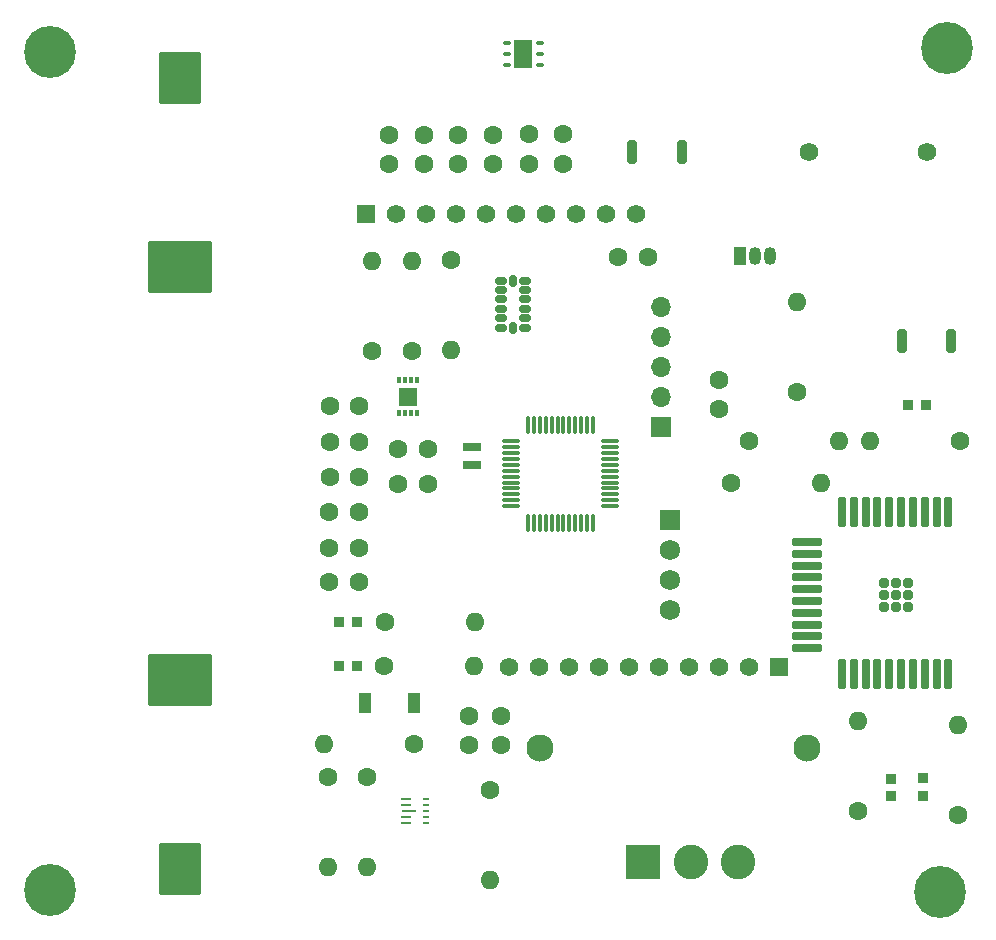
<source format=gts>
G04 #@! TF.GenerationSoftware,KiCad,Pcbnew,8.0.8*
G04 #@! TF.CreationDate,2025-04-14T10:59:08+01:00*
G04 #@! TF.ProjectId,Bat-mon_v1,4261742d-6d6f-46e5-9f76-312e6b696361,rev?*
G04 #@! TF.SameCoordinates,Original*
G04 #@! TF.FileFunction,Soldermask,Top*
G04 #@! TF.FilePolarity,Negative*
%FSLAX46Y46*%
G04 Gerber Fmt 4.6, Leading zero omitted, Abs format (unit mm)*
G04 Created by KiCad (PCBNEW 8.0.8) date 2025-04-14 10:59:08*
%MOMM*%
%LPD*%
G01*
G04 APERTURE LIST*
G04 Aperture macros list*
%AMRoundRect*
0 Rectangle with rounded corners*
0 $1 Rounding radius*
0 $2 $3 $4 $5 $6 $7 $8 $9 X,Y pos of 4 corners*
0 Add a 4 corners polygon primitive as box body*
4,1,4,$2,$3,$4,$5,$6,$7,$8,$9,$2,$3,0*
0 Add four circle primitives for the rounded corners*
1,1,$1+$1,$2,$3*
1,1,$1+$1,$4,$5*
1,1,$1+$1,$6,$7*
1,1,$1+$1,$8,$9*
0 Add four rect primitives between the rounded corners*
20,1,$1+$1,$2,$3,$4,$5,0*
20,1,$1+$1,$4,$5,$6,$7,0*
20,1,$1+$1,$6,$7,$8,$9,0*
20,1,$1+$1,$8,$9,$2,$3,0*%
G04 Aperture macros list end*
%ADD10RoundRect,0.200000X-0.200000X-0.200000X0.200000X-0.200000X0.200000X0.200000X-0.200000X0.200000X0*%
%ADD11RoundRect,0.175000X-0.175000X1.125000X-0.175000X-1.125000X0.175000X-1.125000X0.175000X1.125000X0*%
%ADD12RoundRect,0.175000X-1.125000X-0.175000X1.125000X-0.175000X1.125000X0.175000X-1.125000X0.175000X0*%
%ADD13C,0.700000*%
%ADD14C,4.400000*%
%ADD15C,1.600000*%
%ADD16O,1.600000X1.600000*%
%ADD17R,0.950000X0.950000*%
%ADD18RoundRect,0.075000X-0.662500X-0.075000X0.662500X-0.075000X0.662500X0.075000X-0.662500X0.075000X0*%
%ADD19RoundRect,0.075000X-0.075000X-0.662500X0.075000X-0.662500X0.075000X0.662500X-0.075000X0.662500X0*%
%ADD20R,1.050000X1.500000*%
%ADD21O,1.050000X1.500000*%
%ADD22RoundRect,0.100000X-0.200000X-0.100000X0.200000X-0.100000X0.200000X0.100000X-0.200000X0.100000X0*%
%ADD23R,1.500000X2.400000*%
%ADD24R,0.300000X0.600000*%
%ADD25R,1.600000X1.600000*%
%ADD26C,1.580000*%
%ADD27RoundRect,0.200000X0.200000X0.800000X-0.200000X0.800000X-0.200000X-0.800000X0.200000X-0.800000X0*%
%ADD28C,2.300000*%
%ADD29R,1.575000X1.575000*%
%ADD30C,1.575000*%
%ADD31RoundRect,0.102000X2.600000X-2.120000X2.600000X2.120000X-2.600000X2.120000X-2.600000X-2.120000X0*%
%ADD32RoundRect,0.102000X1.650000X-2.120000X1.650000X2.120000X-1.650000X2.120000X-1.650000X-2.120000X0*%
%ADD33RoundRect,0.200000X-0.200000X-0.800000X0.200000X-0.800000X0.200000X0.800000X-0.200000X0.800000X0*%
%ADD34R,1.120000X1.720000*%
%ADD35R,1.700000X1.700000*%
%ADD36O,1.700000X1.700000*%
%ADD37R,0.600000X0.250000*%
%ADD38R,0.900000X0.250000*%
%ADD39R,1.300000X0.250000*%
%ADD40R,1.500000X0.800000*%
%ADD41R,2.925000X2.925000*%
%ADD42C,2.925000*%
%ADD43RoundRect,0.102000X-2.600000X2.120000X-2.600000X-2.120000X2.600000X-2.120000X2.600000X2.120000X0*%
%ADD44RoundRect,0.102000X-1.650000X2.120000X-1.650000X-2.120000X1.650000X-2.120000X1.650000X2.120000X0*%
%ADD45RoundRect,0.150000X0.325000X0.150000X-0.325000X0.150000X-0.325000X-0.150000X0.325000X-0.150000X0*%
%ADD46RoundRect,0.150000X0.150000X0.325000X-0.150000X0.325000X-0.150000X-0.325000X0.150000X-0.325000X0*%
%ADD47R,1.725000X1.725000*%
%ADD48C,1.725000*%
G04 APERTURE END LIST*
D10*
X96290000Y-74100000D03*
X97290000Y-74100000D03*
X97290000Y-75100000D03*
X96290000Y-75100000D03*
X95290000Y-75100000D03*
X95290000Y-74100000D03*
X95290000Y-73100000D03*
X96290000Y-73100000D03*
X97290000Y-73100000D03*
D11*
X100700000Y-80800000D03*
X99700000Y-80800000D03*
X98700000Y-80800000D03*
X97700000Y-80800000D03*
X96700000Y-80800000D03*
X95700000Y-80800000D03*
X94700000Y-80800000D03*
X93700000Y-80800000D03*
X92700000Y-80800000D03*
X91700000Y-80800000D03*
D12*
X88700000Y-78600000D03*
X88700000Y-77600000D03*
X88700000Y-76600000D03*
X88700000Y-75600000D03*
X88700000Y-74600000D03*
X88700000Y-73600000D03*
X88700000Y-72600000D03*
X88700000Y-71600000D03*
X88700000Y-70600000D03*
X88700000Y-69600000D03*
D11*
X91700000Y-67100000D03*
X92700000Y-67100000D03*
X93700000Y-67100000D03*
X94700000Y-67100000D03*
X95700000Y-67100000D03*
X96700000Y-67100000D03*
X97700000Y-67100000D03*
X98700000Y-67100000D03*
X99700000Y-67100000D03*
X100700000Y-67100000D03*
D13*
X98350000Y-99200000D03*
X98833274Y-98033274D03*
X98833274Y-100366726D03*
X100000000Y-97550000D03*
D14*
X100000000Y-99200000D03*
D13*
X100000000Y-100850000D03*
X101166726Y-98033274D03*
X101166726Y-100366726D03*
X101650000Y-99200000D03*
D15*
X93026726Y-92336726D03*
D16*
X93026726Y-84716726D03*
D15*
X62866726Y-86791726D03*
X62866726Y-84291726D03*
D13*
X22966726Y-99066726D03*
X23450000Y-97900000D03*
X23450000Y-100233452D03*
X24616726Y-97416726D03*
D14*
X24616726Y-99066726D03*
D13*
X24616726Y-100716726D03*
X25783452Y-97900000D03*
X25783452Y-100233452D03*
X26266726Y-99066726D03*
D17*
X49126726Y-76366726D03*
X50626726Y-76366726D03*
D18*
X63704226Y-61066726D03*
X63704226Y-61566726D03*
X63704226Y-62066726D03*
X63704226Y-62566726D03*
X63704226Y-63066726D03*
X63704226Y-63566726D03*
X63704226Y-64066726D03*
X63704226Y-64566726D03*
X63704226Y-65066726D03*
X63704226Y-65566726D03*
X63704226Y-66066726D03*
X63704226Y-66566726D03*
D19*
X65116726Y-67979226D03*
X65616726Y-67979226D03*
X66116726Y-67979226D03*
X66616726Y-67979226D03*
X67116726Y-67979226D03*
X67616726Y-67979226D03*
X68116726Y-67979226D03*
X68616726Y-67979226D03*
X69116726Y-67979226D03*
X69616726Y-67979226D03*
X70116726Y-67979226D03*
X70616726Y-67979226D03*
D18*
X72029226Y-66566726D03*
X72029226Y-66066726D03*
X72029226Y-65566726D03*
X72029226Y-65066726D03*
X72029226Y-64566726D03*
X72029226Y-64066726D03*
X72029226Y-63566726D03*
X72029226Y-63066726D03*
X72029226Y-62566726D03*
X72029226Y-62066726D03*
X72029226Y-61566726D03*
X72029226Y-61066726D03*
D19*
X70616726Y-59654226D03*
X70116726Y-59654226D03*
X69616726Y-59654226D03*
X69116726Y-59654226D03*
X68616726Y-59654226D03*
X68116726Y-59654226D03*
X67616726Y-59654226D03*
X67116726Y-59654226D03*
X66616726Y-59654226D03*
X66116726Y-59654226D03*
X65616726Y-59654226D03*
X65116726Y-59654226D03*
D20*
X83076726Y-45426726D03*
D21*
X84346726Y-45426726D03*
X85616726Y-45426726D03*
D15*
X53006726Y-76366726D03*
D16*
X60626726Y-76366726D03*
D17*
X95876726Y-89626726D03*
X95876726Y-91126726D03*
D15*
X68066726Y-37566726D03*
X68066726Y-35066726D03*
X50816726Y-58116726D03*
X48316726Y-58116726D03*
X53366726Y-37616726D03*
X53366726Y-35116726D03*
X55466726Y-86716726D03*
D16*
X47846726Y-86716726D03*
D17*
X98566726Y-89576726D03*
X98566726Y-91076726D03*
D22*
X63316726Y-27316726D03*
X63316726Y-28266726D03*
X63316726Y-29216726D03*
X66116726Y-29216726D03*
X66116726Y-28266726D03*
X66116726Y-27316726D03*
D23*
X64716726Y-28266726D03*
D24*
X54216726Y-58716726D03*
X54716726Y-58716726D03*
X55216726Y-58716726D03*
X55716726Y-58716726D03*
X55716726Y-55916726D03*
X55216726Y-55916726D03*
X54716726Y-55916726D03*
X54216726Y-55916726D03*
D25*
X54966726Y-57316726D03*
D15*
X56616726Y-64716726D03*
X54116726Y-64716726D03*
X50816726Y-64116726D03*
X48316726Y-64116726D03*
X50816726Y-61116726D03*
X48316726Y-61116726D03*
X87866726Y-56926726D03*
D16*
X87866726Y-49306726D03*
D15*
X50766726Y-70066726D03*
X48266726Y-70066726D03*
X65216726Y-37566726D03*
X65216726Y-35066726D03*
X51866726Y-53426726D03*
D16*
X51866726Y-45806726D03*
D26*
X98866726Y-36566726D03*
X88866726Y-36566726D03*
D15*
X52946726Y-80116726D03*
D16*
X60566726Y-80116726D03*
D27*
X78116726Y-36566726D03*
X73916726Y-36566726D03*
D15*
X82266726Y-64566726D03*
D16*
X89886726Y-64566726D03*
D15*
X50766726Y-72966726D03*
X48266726Y-72966726D03*
D28*
X66116726Y-87066726D03*
X88716726Y-87066726D03*
D29*
X51436726Y-41816726D03*
D30*
X53976726Y-41816726D03*
X56516726Y-41816726D03*
X59056726Y-41816726D03*
X61596726Y-41816726D03*
X64136726Y-41816726D03*
X66676726Y-41816726D03*
X69216726Y-41816726D03*
X71756726Y-41816726D03*
X74296726Y-41816726D03*
D31*
X35616726Y-46316726D03*
D32*
X35616726Y-30306726D03*
D15*
X56266726Y-37616726D03*
X56266726Y-35116726D03*
X101726726Y-61016726D03*
D16*
X94106726Y-61016726D03*
D15*
X61916726Y-90606726D03*
D16*
X61916726Y-98226726D03*
D33*
X96766726Y-52566726D03*
X100966726Y-52566726D03*
D13*
X98916726Y-27766726D03*
X99400000Y-26600000D03*
X99400000Y-28933452D03*
X100566726Y-26116726D03*
D14*
X100566726Y-27766726D03*
D13*
X100566726Y-29416726D03*
X101733452Y-26600000D03*
X101733452Y-28933452D03*
X102216726Y-27766726D03*
D15*
X59166726Y-37616726D03*
X59166726Y-35116726D03*
D17*
X97316726Y-58016726D03*
X98816726Y-58016726D03*
D13*
X22966726Y-28116726D03*
X23450000Y-26950000D03*
X23450000Y-29283452D03*
X24616726Y-26466726D03*
D14*
X24616726Y-28116726D03*
D13*
X24616726Y-29766726D03*
X25783452Y-26950000D03*
X25783452Y-29283452D03*
X26266726Y-28116726D03*
D34*
X55491726Y-83266726D03*
X51341726Y-83266726D03*
D35*
X76366726Y-59856726D03*
D36*
X76366726Y-57316726D03*
X76366726Y-54776726D03*
X76366726Y-52236726D03*
X76366726Y-49696726D03*
D15*
X62166726Y-37616726D03*
X62166726Y-35116726D03*
D29*
X86346726Y-80166726D03*
D30*
X83806726Y-80166726D03*
X81266726Y-80166726D03*
X78726726Y-80166726D03*
X76186726Y-80166726D03*
X73646726Y-80166726D03*
X71106726Y-80166726D03*
X68566726Y-80166726D03*
X66026726Y-80166726D03*
X63486726Y-80166726D03*
D15*
X60116726Y-84291726D03*
X60116726Y-86791726D03*
X56616726Y-61716726D03*
X54116726Y-61716726D03*
X55266726Y-53426726D03*
D16*
X55266726Y-45806726D03*
D15*
X81266726Y-55866726D03*
X81266726Y-58366726D03*
D37*
X56466726Y-93366726D03*
X56466726Y-92866726D03*
X56466726Y-92366726D03*
X56466726Y-91866726D03*
X56466726Y-91366726D03*
D38*
X54816726Y-91366726D03*
X54816726Y-91866726D03*
D39*
X55016726Y-92366726D03*
D38*
X54816726Y-92866726D03*
X54816726Y-93366726D03*
D17*
X49126726Y-80116726D03*
X50626726Y-80116726D03*
D40*
X60366726Y-61566726D03*
X60366726Y-63066726D03*
D41*
X74886726Y-96716726D03*
D42*
X78886726Y-96716726D03*
X82886726Y-96716726D03*
D15*
X58616726Y-45756726D03*
D16*
X58616726Y-53376726D03*
D15*
X51466726Y-89496726D03*
D16*
X51466726Y-97116726D03*
D43*
X35616726Y-81306726D03*
D44*
X35616726Y-97316726D03*
D45*
X64816726Y-51466726D03*
X64816726Y-50666726D03*
X64816726Y-49866726D03*
X64816726Y-49066726D03*
X64816726Y-48266726D03*
X64816726Y-47466726D03*
D46*
X63816726Y-47466726D03*
D45*
X62816726Y-47466726D03*
X62816726Y-48266726D03*
X62816726Y-49066726D03*
X62816726Y-49866726D03*
X62816726Y-50666726D03*
X62816726Y-51466726D03*
D46*
X63816726Y-51466726D03*
D15*
X83806726Y-61066726D03*
D16*
X91426726Y-61066726D03*
D15*
X75266726Y-45466726D03*
X72766726Y-45466726D03*
X101516726Y-92736726D03*
D16*
X101516726Y-85116726D03*
D15*
X48216726Y-89496726D03*
D16*
X48216726Y-97116726D03*
D47*
X77116726Y-67736726D03*
D48*
X77116726Y-70276726D03*
X77116726Y-72816726D03*
X77116726Y-75356726D03*
D15*
X50766726Y-67066726D03*
X48266726Y-67066726D03*
M02*

</source>
